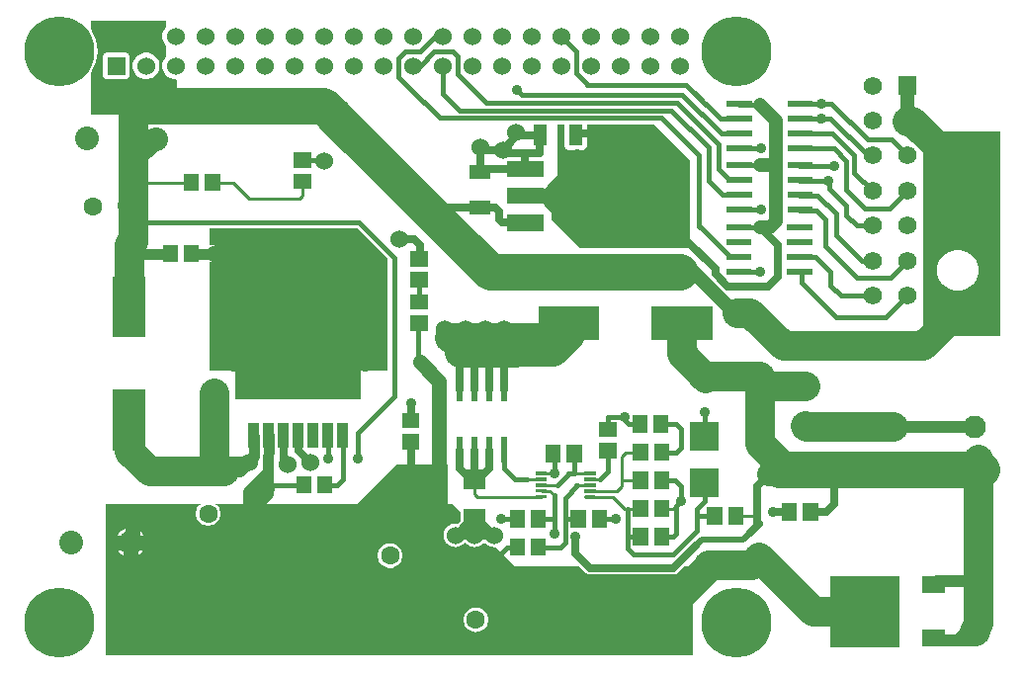
<source format=gbr>
G04 start of page 2 for group 0 idx 0 *
G04 Title: RspPiPS, top *
G04 Creator: pcb 4.0.2 *
G04 CreationDate: Thu Dec 16 04:25:21 2021 UTC *
G04 For: austin *
G04 Format: Gerber/RS-274X *
G04 PCB-Dimensions (mil): 10000.00 10000.00 *
G04 PCB-Coordinate-Origin: lower left *
%MOIN*%
%FSLAX25Y25*%
%LNTOP*%
%ADD35C,0.0380*%
%ADD34C,0.0453*%
%ADD33C,0.0354*%
%ADD32C,0.1181*%
%ADD31C,0.0402*%
%ADD30C,0.1063*%
%ADD29C,0.0350*%
%ADD28C,0.0120*%
%ADD27C,0.0600*%
%ADD26C,0.0768*%
%ADD25C,0.0800*%
%ADD24C,0.0630*%
%ADD23C,0.0620*%
%ADD22C,0.2362*%
%ADD21C,0.0200*%
%ADD20C,0.1248*%
%ADD19C,0.0100*%
%ADD18C,0.0450*%
%ADD17C,0.0360*%
%ADD16C,0.0150*%
%ADD15C,0.0500*%
%ADD14C,0.0400*%
%ADD13C,0.1000*%
%ADD12C,0.0250*%
%ADD11C,0.0001*%
G54D11*G36*
X184693Y772000D02*X191500D01*
Y769982D01*
X191048Y769453D01*
X190678Y768849D01*
X190407Y768195D01*
X190242Y767506D01*
X190186Y766800D01*
X190242Y766094D01*
X190407Y765405D01*
X190678Y764751D01*
X191048Y764147D01*
X191500Y763618D01*
Y759982D01*
X191048Y759453D01*
X190678Y758849D01*
X190407Y758195D01*
X190242Y757506D01*
X190186Y756800D01*
X190242Y756094D01*
X190407Y755405D01*
X190678Y754751D01*
X191048Y754147D01*
X191508Y753608D01*
X192047Y753148D01*
X192651Y752778D01*
X193305Y752507D01*
X193994Y752342D01*
X194700Y752286D01*
X194713Y752287D01*
X195000Y752000D01*
Y740500D01*
X184693D01*
Y752287D01*
X184700Y752286D01*
X185406Y752342D01*
X186095Y752507D01*
X186749Y752778D01*
X187353Y753148D01*
X187892Y753608D01*
X188352Y754147D01*
X188722Y754751D01*
X188993Y755405D01*
X189158Y756094D01*
X189200Y756800D01*
X189158Y757506D01*
X188993Y758195D01*
X188722Y758849D01*
X188352Y759453D01*
X187892Y759992D01*
X187353Y760452D01*
X186749Y760822D01*
X186095Y761093D01*
X185406Y761258D01*
X184700Y761314D01*
X184693Y761313D01*
Y772000D01*
G37*
G36*
X174700D02*X184693D01*
Y761313D01*
X183994Y761258D01*
X183305Y761093D01*
X182651Y760822D01*
X182047Y760452D01*
X181508Y759992D01*
X181048Y759453D01*
X180678Y758849D01*
X180407Y758195D01*
X180242Y757506D01*
X180186Y756800D01*
X180242Y756094D01*
X180407Y755405D01*
X180678Y754751D01*
X181048Y754147D01*
X181508Y753608D01*
X182047Y753148D01*
X182651Y752778D01*
X183305Y752507D01*
X183994Y752342D01*
X184693Y752287D01*
Y740500D01*
X174700D01*
Y752307D01*
X177935Y752314D01*
X178165Y752369D01*
X178383Y752459D01*
X178584Y752583D01*
X178764Y752736D01*
X178917Y752916D01*
X179041Y753117D01*
X179131Y753335D01*
X179186Y753565D01*
X179200Y753800D01*
X179186Y760035D01*
X179131Y760265D01*
X179041Y760483D01*
X178917Y760684D01*
X178764Y760864D01*
X178584Y761017D01*
X178383Y761141D01*
X178165Y761231D01*
X177935Y761286D01*
X177700Y761300D01*
X174700Y761293D01*
Y772000D01*
G37*
G36*
X166000D02*X174700D01*
Y761293D01*
X171465Y761286D01*
X171235Y761231D01*
X171017Y761141D01*
X170816Y761017D01*
X170636Y760864D01*
X170483Y760684D01*
X170359Y760483D01*
X170269Y760265D01*
X170214Y760035D01*
X170200Y759800D01*
X170214Y753565D01*
X170269Y753335D01*
X170359Y753117D01*
X170483Y752916D01*
X170636Y752736D01*
X170816Y752583D01*
X171017Y752459D01*
X171235Y752369D01*
X171465Y752314D01*
X171700Y752300D01*
X174700Y752307D01*
Y740500D01*
X166000D01*
Y754408D01*
X166962Y755977D01*
X167733Y757840D01*
X168204Y759801D01*
X168323Y761811D01*
X168204Y763821D01*
X167733Y765782D01*
X166962Y767645D01*
X166000Y769214D01*
Y772000D01*
G37*
G36*
X295942Y594522D02*X296128Y594537D01*
X296740Y594684D01*
X297322Y594925D01*
X297858Y595254D01*
X298337Y595663D01*
X298746Y596142D01*
X298750Y596148D01*
X298754Y596142D01*
X299163Y595663D01*
X299642Y595254D01*
X300178Y594925D01*
X300760Y594684D01*
X301372Y594537D01*
X302000Y594488D01*
X302475Y594525D01*
X309000Y588000D01*
X330818D01*
X332847Y585971D01*
X332904Y585904D01*
X333173Y585674D01*
X333173Y585674D01*
X333361Y585559D01*
X333475Y585489D01*
X333803Y585354D01*
X334147Y585271D01*
X334147D01*
X334500Y585243D01*
X334588Y585250D01*
X362412D01*
X362500Y585243D01*
X362853Y585271D01*
X362853Y585271D01*
X363197Y585354D01*
X363525Y585489D01*
X363827Y585674D01*
X364096Y585904D01*
X364153Y585971D01*
X366182Y588000D01*
X368521D01*
X368556Y587558D01*
X368776Y586640D01*
X369000Y586100D01*
Y558000D01*
X295942D01*
Y565826D01*
X295949Y565826D01*
X296600Y565877D01*
X297235Y566030D01*
X297839Y566279D01*
X298395Y566621D01*
X298892Y567045D01*
X299316Y567542D01*
X299658Y568098D01*
X299908Y568702D01*
X300060Y569337D01*
X300098Y569988D01*
X300060Y570639D01*
X299908Y571274D01*
X299658Y571878D01*
X299316Y572435D01*
X298892Y572931D01*
X298395Y573356D01*
X297839Y573697D01*
X297235Y573947D01*
X296600Y574099D01*
X295949Y574151D01*
X295942Y574150D01*
Y594522D01*
G37*
G36*
X266994Y609000D02*X288000D01*
X290774Y606226D01*
X290779Y603461D01*
X289751Y602433D01*
X289628Y602463D01*
X289000Y602512D01*
X288372Y602463D01*
X287760Y602316D01*
X287178Y602075D01*
X286642Y601746D01*
X286163Y601337D01*
X285754Y600858D01*
X285425Y600322D01*
X285184Y599740D01*
X285037Y599128D01*
X284988Y598500D01*
X285037Y597872D01*
X285184Y597260D01*
X285425Y596678D01*
X285754Y596142D01*
X286163Y595663D01*
X286642Y595254D01*
X287178Y594925D01*
X287760Y594684D01*
X288372Y594537D01*
X289000Y594488D01*
X289628Y594537D01*
X290240Y594684D01*
X290822Y594925D01*
X291358Y595254D01*
X291837Y595663D01*
X292246Y596142D01*
X292250Y596148D01*
X292254Y596142D01*
X292663Y595663D01*
X293142Y595254D01*
X293678Y594925D01*
X294260Y594684D01*
X294872Y594537D01*
X295500Y594488D01*
X295942Y594522D01*
Y574150D01*
X295298Y574099D01*
X294663Y573947D01*
X294059Y573697D01*
X293502Y573356D01*
X293006Y572931D01*
X292581Y572435D01*
X292240Y571878D01*
X291990Y571274D01*
X291838Y570639D01*
X291786Y569988D01*
X291838Y569337D01*
X291990Y568702D01*
X292240Y568098D01*
X292581Y567542D01*
X293006Y567045D01*
X293502Y566621D01*
X294059Y566279D01*
X294663Y566030D01*
X295298Y565877D01*
X295942Y565826D01*
Y558000D01*
X266994D01*
Y587448D01*
X267000Y587448D01*
X267651Y587499D01*
X268286Y587652D01*
X268890Y587902D01*
X269447Y588243D01*
X269943Y588667D01*
X270367Y589164D01*
X270709Y589721D01*
X270959Y590324D01*
X271111Y590959D01*
X271150Y591610D01*
X271111Y592261D01*
X270959Y592896D01*
X270709Y593500D01*
X270367Y594057D01*
X269943Y594554D01*
X269447Y594978D01*
X268890Y595319D01*
X268286Y595569D01*
X267651Y595721D01*
X267000Y595773D01*
X266994Y595772D01*
Y609000D01*
G37*
G36*
X179492D02*X203004D01*
X202702Y608742D01*
X202278Y608246D01*
X201937Y607689D01*
X201687Y607085D01*
X201535Y606450D01*
X201483Y605799D01*
X201535Y605148D01*
X201687Y604513D01*
X201937Y603910D01*
X202278Y603353D01*
X202702Y602856D01*
X203199Y602432D01*
X203756Y602090D01*
X204359Y601841D01*
X204995Y601688D01*
X205646Y601637D01*
X206297Y601688D01*
X206932Y601841D01*
X207535Y602090D01*
X208092Y602432D01*
X208589Y602856D01*
X209013Y603353D01*
X209354Y603910D01*
X209604Y604513D01*
X209757Y605148D01*
X209795Y605799D01*
X209757Y606450D01*
X209604Y607085D01*
X209354Y607689D01*
X209013Y608246D01*
X208589Y608742D01*
X208287Y609000D01*
X266994D01*
Y595772D01*
X266349Y595721D01*
X265714Y595569D01*
X265110Y595319D01*
X264553Y594978D01*
X264057Y594554D01*
X263633Y594057D01*
X263291Y593500D01*
X263041Y592896D01*
X262889Y592261D01*
X262838Y591610D01*
X262889Y590959D01*
X263041Y590324D01*
X263291Y589721D01*
X263633Y589164D01*
X264057Y588667D01*
X264553Y588243D01*
X265110Y587902D01*
X265714Y587652D01*
X266349Y587499D01*
X266994Y587448D01*
Y558000D01*
X179492D01*
Y590985D01*
X179500Y590985D01*
X180285Y591046D01*
X181050Y591230D01*
X181777Y591531D01*
X182448Y591942D01*
X183046Y592454D01*
X183558Y593052D01*
X183969Y593723D01*
X184270Y594450D01*
X184454Y595215D01*
X184500Y596000D01*
X184454Y596785D01*
X184270Y597550D01*
X183969Y598277D01*
X183558Y598948D01*
X183046Y599546D01*
X182448Y600058D01*
X181777Y600469D01*
X181050Y600770D01*
X180285Y600954D01*
X179500Y601015D01*
X179492Y601015D01*
Y609000D01*
G37*
G36*
X171000Y558000D02*Y609000D01*
X179492D01*
Y601015D01*
X178715Y600954D01*
X177950Y600770D01*
X177223Y600469D01*
X176552Y600058D01*
X175954Y599546D01*
X175442Y598948D01*
X175031Y598277D01*
X174730Y597550D01*
X174546Y596785D01*
X174485Y596000D01*
X174546Y595215D01*
X174730Y594450D01*
X175031Y593723D01*
X175442Y593052D01*
X175954Y592454D01*
X176552Y591942D01*
X177223Y591531D01*
X177950Y591230D01*
X178715Y591046D01*
X179492Y590985D01*
Y558000D01*
X171000D01*
G37*
G36*
X206000Y699491D02*Y702000D01*
X256025D01*
X266000Y692025D01*
Y654000D01*
X258248D01*
X258241Y685657D01*
X258204Y685810D01*
X258144Y685955D01*
X258062Y686089D01*
X257959Y686209D01*
X257840Y686311D01*
X257705Y686394D01*
X257560Y686454D01*
X257407Y686491D01*
X257250Y686500D01*
X214593Y686491D01*
X214440Y686454D01*
X214295Y686394D01*
X214160Y686311D01*
X214041Y686209D01*
X213938Y686089D01*
X213856Y685955D01*
X213796Y685810D01*
X213759Y685657D01*
X213750Y685500D01*
X213757Y654000D01*
X206000D01*
Y690700D01*
X208000D01*
X208439Y690726D01*
X208868Y690829D01*
X209275Y690997D01*
X209651Y691228D01*
X209986Y691514D01*
X210272Y691849D01*
X210503Y692225D01*
X210671Y692632D01*
X210774Y693061D01*
X210809Y693500D01*
X210774Y693939D01*
X210671Y694368D01*
X210503Y694775D01*
X210272Y695151D01*
X209986Y695486D01*
X209651Y695772D01*
X209275Y696003D01*
X208868Y696171D01*
X208439Y696274D01*
X208000Y696300D01*
X206000D01*
Y699491D01*
G37*
G36*
X273750Y622500D02*X286500D01*
Y608500D01*
X273750D01*
Y616763D01*
X273853Y616771D01*
X274197Y616854D01*
X274525Y616989D01*
X274827Y617174D01*
X275091Y617409D01*
X275591Y617909D01*
X275826Y618173D01*
X276011Y618475D01*
X276146Y618803D01*
X276229Y619147D01*
X276257Y619500D01*
X276229Y619853D01*
X276146Y620197D01*
X276011Y620525D01*
X275826Y620827D01*
X275596Y621096D01*
X275327Y621326D01*
X275025Y621511D01*
X274697Y621646D01*
X274353Y621729D01*
X274000Y621757D01*
X273750Y621737D01*
Y622500D01*
G37*
G36*
X255000Y608500D02*X269000Y622500D01*
X273750D01*
Y621737D01*
X273647Y621729D01*
X273303Y621646D01*
X272975Y621511D01*
X272673Y621326D01*
X272409Y621091D01*
X271909Y620591D01*
X271674Y620327D01*
X271489Y620025D01*
X271354Y619697D01*
X271271Y619353D01*
X271243Y619000D01*
X271271Y618647D01*
X271354Y618303D01*
X271489Y617975D01*
X271674Y617673D01*
X271904Y617404D01*
X272173Y617174D01*
X272475Y616989D01*
X272803Y616854D01*
X273147Y616771D01*
X273500Y616743D01*
X273750Y616763D01*
Y608500D01*
X255000D01*
G37*
G36*
X458458Y734571D02*X472768D01*
Y665756D01*
X458458D01*
Y680857D01*
X458469Y680857D01*
X459552Y680942D01*
X460609Y681196D01*
X461613Y681612D01*
X462540Y682180D01*
X463366Y682885D01*
X464072Y683712D01*
X464640Y684639D01*
X465056Y685643D01*
X465310Y686700D01*
X465374Y687783D01*
X465310Y688867D01*
X465056Y689924D01*
X464640Y690928D01*
X464072Y691855D01*
X463366Y692681D01*
X462540Y693387D01*
X461613Y693955D01*
X460609Y694371D01*
X459552Y694625D01*
X458469Y694710D01*
X458458Y694709D01*
Y734571D01*
G37*
G36*
X448113D02*X458458D01*
Y694709D01*
X457385Y694625D01*
X456328Y694371D01*
X455324Y693955D01*
X454397Y693387D01*
X453571Y692681D01*
X452865Y691855D01*
X452297Y690928D01*
X451881Y689924D01*
X451627Y688867D01*
X451542Y687783D01*
X451627Y686700D01*
X451881Y685643D01*
X452297Y684639D01*
X452865Y683712D01*
X453571Y682885D01*
X454397Y682180D01*
X455324Y681612D01*
X456328Y681196D01*
X457385Y680942D01*
X458458Y680857D01*
Y665756D01*
X451688D01*
X451106Y666437D01*
X450388Y667050D01*
X449583Y667544D01*
X448710Y667905D01*
X447792Y668126D01*
X446850Y668181D01*
Y733308D01*
X447531Y733890D01*
X448113Y734571D01*
G37*
G36*
X336998Y736900D02*X356200D01*
X368000Y725100D01*
Y695300D01*
X336998D01*
Y700899D01*
X343334Y700906D01*
X343563Y700961D01*
X343782Y701051D01*
X343983Y701175D01*
X344162Y701328D01*
X344316Y701508D01*
X344439Y701709D01*
X344529Y701927D01*
X344585Y702157D01*
X344598Y702392D01*
X344585Y723828D01*
X344529Y724057D01*
X344439Y724275D01*
X344316Y724477D01*
X344162Y724656D01*
X343983Y724809D01*
X343782Y724933D01*
X343563Y725023D01*
X343334Y725078D01*
X343098Y725092D01*
X336998Y725085D01*
Y736900D01*
G37*
G36*
X320079Y716379D02*X323600Y719900D01*
Y736900D01*
X325863D01*
X325876Y729679D01*
X325932Y729450D01*
X326022Y729231D01*
X326145Y729030D01*
X326299Y728851D01*
X326478Y728697D01*
X326680Y728574D01*
X326898Y728484D01*
X327127Y728428D01*
X327363Y728415D01*
X332098Y728428D01*
X332328Y728484D01*
X332546Y728574D01*
X332747Y728697D01*
X332927Y728851D01*
X333080Y729030D01*
X333203Y729231D01*
X333294Y729450D01*
X333349Y729679D01*
X333363Y729915D01*
X333349Y736900D01*
X336998D01*
Y725085D01*
X330663Y725078D01*
X330433Y725023D01*
X330215Y724933D01*
X330014Y724809D01*
X329834Y724656D01*
X329681Y724477D01*
X329558Y724275D01*
X329467Y724057D01*
X329412Y723828D01*
X329398Y723592D01*
X329409Y707522D01*
X329412Y702157D01*
X329467Y701927D01*
X329558Y701709D01*
X329681Y701508D01*
X329834Y701328D01*
X330014Y701175D01*
X330215Y701051D01*
X330433Y700961D01*
X330663Y700906D01*
X330898Y700892D01*
X336998Y700899D01*
Y695300D01*
X331100D01*
X323300Y703100D01*
Y707700D01*
X321900Y709100D01*
X319729D01*
X319762Y709128D01*
X319916Y709308D01*
X320039Y709509D01*
X320129Y709727D01*
X320185Y709957D01*
X320198Y710192D01*
X320194Y711991D01*
X320185Y716028D01*
X320129Y716257D01*
X320079Y716379D01*
G37*
G54D12*X305543Y647799D02*Y656043D01*
X300543Y647799D02*Y659543D01*
X295543Y647799D02*Y659543D01*
G54D13*X309500Y660000D02*X290500D01*
G54D12*X300543Y659543D02*X301000Y660000D01*
X295543Y659543D02*X296000Y660000D01*
X290543Y659957D02*X290500Y660000D01*
G54D14*X286000Y668000D02*X305500D01*
G54D15*X283500Y650500D02*X277000Y657000D01*
G54D16*X276379Y657721D02*X279400Y654700D01*
X276379Y670052D02*Y657721D01*
G54D12*X290543Y647799D02*Y659957D01*
X290500Y627000D02*Y621000D01*
X295000Y616500D01*
X295500Y627000D02*Y617000D01*
X300500Y627000D02*Y621000D01*
X295500Y616000D01*
X292000Y619500D02*X298500D01*
G54D16*X309000Y617500D02*X305500Y621000D01*
Y627000D01*
G54D15*X283500Y621000D02*Y650500D01*
G54D12*X274000Y643000D02*Y637129D01*
Y630043D02*Y619500D01*
X273500Y619000D01*
G54D13*X287000Y665000D02*X314500D01*
X327953Y670472D02*Y666142D01*
X322047Y660236D01*
X325984Y664961D02*X326772Y665748D01*
G54D12*X305543Y656043D02*X307500Y658000D01*
G54D13*X322047Y660236D02*X302756D01*
X307087D01*
X311811Y664961D01*
X325984D01*
G54D17*X226000Y632200D02*X225946Y619446D01*
G54D12*X231000Y632200D02*Y624500D01*
X236000Y632000D02*Y627000D01*
X240000Y623000D01*
G54D16*X238000Y615500D02*X226000D01*
G54D14*X219425Y612925D02*X225946Y619446D01*
Y612446D01*
X219362Y605862D01*
Y608932D02*X225930Y615500D01*
G54D12*X226309Y615453D02*X225928Y615072D01*
G54D14*X219425Y605799D02*Y612925D01*
G54D12*X231000Y624500D02*X232500Y623000D01*
X221000Y624500D02*X219500Y623000D01*
G54D17*X221000Y625000D02*X219000Y623000D01*
G54D16*X246000Y624500D02*Y632200D01*
X256000Y624500D02*Y633000D01*
X268500Y645500D01*
X251000Y632200D02*Y617500D01*
X249000Y615500D01*
X245500D01*
G54D17*X221000Y632000D02*Y625000D01*
G54D12*Y632200D02*Y624500D01*
G54D14*X219500Y623000D02*X216500Y620000D01*
X208000D01*
X219500Y623000D02*X209500D01*
G54D12*X209000Y648000D02*X209500Y648500D01*
G54D13*X179268Y637472D02*Y626732D01*
X186000Y620000D01*
X211000D01*
G54D14*X209500Y623000D02*X206500Y620000D01*
G54D13*X207651Y646389D02*Y620389D01*
G54D15*X179500Y596000D02*X189500D01*
X179500D02*X175000D01*
X179500D02*Y589000D01*
X180000Y596000D02*Y602500D01*
G54D16*X322300Y707700D02*Y705200D01*
X328900Y698600D01*
X313200Y712992D02*X317792D01*
X313700D02*X317008D01*
X317792D02*X325800Y721000D01*
X317008Y712992D02*X322300Y707700D01*
G54D18*X330000Y712500D02*X324400Y706900D01*
X330000Y726286D02*Y702100D01*
Y725100D02*Y712500D01*
G54D12*X304808Y703892D02*X312600D01*
G54D16*X324700Y766800D02*X329776Y761724D01*
Y754232D01*
X333350Y750657D01*
X330013Y725787D02*X330500Y725300D01*
G54D18*X330013Y726300D02*X330000Y726286D01*
G54D12*X329613Y734665D02*X330313Y733964D01*
G54D16*X290200Y753700D02*X293200Y750700D01*
X284700Y747500D02*X290400Y741800D01*
X293150Y750750D02*X299600Y744300D01*
X324000D01*
X283700Y739200D02*X332200D01*
X290400Y741800D02*X331900D01*
X309800Y748600D02*X311400Y747000D01*
X288100Y761750D02*X289950Y759900D01*
X288100Y761750D02*X288275Y761575D01*
X289950Y759900D02*Y753950D01*
X281950Y761750D02*X288100D01*
G54D12*X295935Y720961D02*X297602Y722628D01*
X295935Y720961D02*X296966Y721992D01*
X312598D01*
X311408D02*X312000D01*
X297602Y722628D02*Y729209D01*
X298411Y728400D01*
X305000D01*
X312600Y727500D02*Y721992D01*
X306000Y727500D02*X305000Y728500D01*
Y728400D02*X309600Y733000D01*
Y734400D01*
X310585Y733415D01*
X317613Y730306D02*Y733415D01*
X317599Y728400D02*X317597Y727500D01*
X310585Y733415D02*X317613D01*
Y734665D02*X317600Y728800D01*
X317599Y728400D01*
X317597Y727500D02*X306000D01*
X224000Y658000D02*X224500Y658500D01*
G54D16*X268500Y645500D02*Y692000D01*
G54D15*X214000Y689500D02*Y656500D01*
X258500Y686000D02*Y656500D01*
X209000Y686500D02*X262000D01*
G54D16*X268500Y692000D02*X256500Y704000D01*
X276900Y676481D02*X276972Y676552D01*
X276772Y677138D02*Y684619D01*
X276665Y691705D02*X276772D01*
G54D12*X275200Y698300D02*X275172Y698272D01*
X270098D01*
G54D13*X179268Y675661D02*Y696268D01*
X180500Y697500D01*
G54D17*X200000Y693500D02*X208000D01*
X193000D02*X180500D01*
G54D13*Y697500D02*Y709311D01*
G54D19*X181000Y717500D02*X180500Y717000D01*
G54D13*Y709311D02*X180156Y709656D01*
G54D19*X200000Y717500D02*X181000D01*
G54D13*X180500Y709000D02*Y744000D01*
G54D12*X184500Y767000D02*X185000Y766500D01*
G54D15*X189000Y733000D02*X181500D01*
X189000Y732500D02*X181500Y725000D01*
X181000D01*
G54D16*X256500Y704000D02*X180500D01*
G54D19*X237543Y717914D02*Y713043D01*
X236500Y712000D01*
X219500D01*
X214000Y717500D01*
X207086D01*
G54D20*X248363Y739563D02*X244427Y743500D01*
X186000D01*
G54D16*X272100Y761700D02*X269900Y759500D01*
Y753000D01*
X272900Y750000D01*
X274700Y756800D02*X277000D01*
X284700Y766800D02*X282200D01*
X277050Y761650D01*
X272050D01*
X277000Y756800D02*X281900Y761700D01*
X272850Y750050D02*X283700Y739200D01*
X284700Y756800D02*Y747500D01*
G54D19*X237543Y725000D02*X237500Y725043D01*
G54D16*X244874Y724740D02*X244614Y725000D01*
X237543D01*
G54D20*X300722Y687205D02*X247100Y740827D01*
G54D12*X282239Y708961D02*X279900Y711300D01*
X277165Y691705D02*Y696335D01*
X275200Y698300D01*
X282239Y708961D02*X302339D01*
X303700Y707600D01*
Y705000D01*
X304808Y703892D01*
G54D13*X389000Y588500D02*X374500D01*
G54D21*X370000Y595000D02*X372000Y597000D01*
G54D16*X362500Y592000D02*X370500Y600000D01*
G54D21*X372000Y597000D02*X386000D01*
G54D16*X358543Y598000D02*X362500D01*
X363500Y599000D01*
X351457Y598000D02*X347000D01*
G54D21*X386000Y597000D02*X388500Y599500D01*
G54D12*X391500Y602500D01*
G54D19*X383543Y605000D02*X391500D01*
G54D12*X390685Y601685D02*X388760Y599760D01*
G54D13*X356000Y569500D02*X375000Y588500D01*
G54D12*X362500Y587500D02*X370000Y595000D01*
G54D16*X362500Y592000D02*X349000D01*
X347000Y594000D01*
G54D12*X334500Y587500D02*X362500D01*
G54D19*X358543Y607500D02*X362500D01*
X365000Y610000D01*
G54D16*X363500Y599000D02*Y608500D01*
X365000Y610000D01*
X370457Y604500D02*Y604043D01*
X373000Y616150D02*Y610000D01*
X370500Y607500D01*
Y605000D01*
G54D12*X390685Y614815D02*Y601685D01*
G54D16*X358543Y617000D02*X363000D01*
X365000Y615000D01*
Y610000D01*
X370457Y604500D03*
X370500Y600000D02*Y604457D01*
X370457Y604500D01*
X363500Y626500D02*X358543D01*
X363500D02*X365000Y628000D01*
Y634500D01*
X363500Y636000D01*
X358393D01*
X373000Y631850D02*Y640000D01*
X376457Y605000D02*X370500D01*
G54D19*X318000Y611500D02*X296500D01*
X295500Y612500D01*
Y616500D01*
G54D12*Y598500D02*Y605000D01*
X289000Y598500D01*
X295500Y603000D02*Y602500D01*
X291500Y598500D01*
X295500Y605000D02*X302000Y598500D01*
X289000D02*X302000D01*
X295500Y602000D02*X299000Y598500D01*
G54D16*X304500Y604000D02*X310000D01*
X309957Y594500D02*X306500D01*
X302000Y590000D01*
X313000Y617500D02*X309000D01*
G54D19*X313511Y617412D02*X317923D01*
X334423Y619312D02*X327312D01*
G54D16*X329129Y626000D02*Y619441D01*
X329000Y619312D01*
X327312D01*
X322500Y619412D02*Y625543D01*
X322043Y626000D01*
G54D19*X346500Y626500D02*X345000Y625000D01*
G54D16*X346000Y637500D02*Y638500D01*
X340500D01*
Y634129D01*
X340457Y634086D01*
G54D19*X334423Y613412D02*X343412D01*
X334423Y611412D02*X342088D01*
G54D16*X330457Y604000D02*X326000D01*
X337543D02*X343000D01*
X337688Y617312D02*X340457Y620081D01*
Y627000D01*
X317000Y604000D02*X322500D01*
X317043Y594500D02*X324500D01*
X326000Y611000D02*Y596000D01*
X322500Y612000D02*Y599000D01*
X324500Y594500D02*X326000Y596000D01*
G54D12*X329500Y598000D02*Y592500D01*
X334500Y587500D01*
G54D19*X334423Y615412D02*X330088D01*
G54D16*X329912D01*
G54D19*X334423Y617312D02*X337312D01*
X318000Y619412D02*X322412D01*
X322500Y619500D01*
X323412Y615412D02*X327000Y619000D01*
X327312Y619312D02*X327250Y619250D01*
G54D16*Y619162D01*
X323500Y615412D01*
G54D19*X318000Y613500D02*X321000D01*
G54D16*X326000Y611000D02*X330000Y615500D01*
G54D19*X320960Y613500D02*X322500Y611960D01*
Y611953D01*
X317923Y615412D02*X323412D01*
X351457Y626500D02*X346500D01*
X345000Y625000D02*Y615000D01*
X343412Y613412D02*X345000Y615000D01*
X351457Y617000D02*X345000D01*
X351457Y607500D02*X346000D01*
X342088Y611412D01*
G54D16*X347000Y594000D02*Y607500D01*
X351307Y636000D02*X347500D01*
X346000Y637500D01*
G54D19*X428468Y726524D02*X429650D01*
G54D16*X441461D02*X436094Y731890D01*
X428083D01*
X428087Y726524D02*X429866D01*
X441461Y714713D02*X435402Y708654D01*
X427189D01*
G54D18*X441461Y738335D02*Y750146D01*
G54D13*Y738146D02*X443276D01*
X458469Y722953D01*
G54D19*X427287Y714713D02*X429650D01*
G54D16*X423614Y720748D02*X429650Y714713D01*
X384766Y718303D02*X381397D01*
X377700Y722000D01*
Y730400D01*
G54D18*X391700Y743700D02*X397200Y738200D01*
G54D16*X378442Y738858D02*X368500Y748800D01*
X366846Y750454D02*X372100Y745200D01*
X365600Y747000D02*X378742Y733858D01*
X384766D01*
X377700Y730400D02*X363800Y744300D01*
X361900Y741800D02*X374400Y729300D01*
Y718100D01*
X372050Y701850D02*X371100Y702800D01*
Y726700D01*
X374400Y718100D02*X379197Y713303D01*
X384766D01*
G54D12*X397700Y696244D02*X391700Y702244D01*
X380800Y682500D02*X394500D01*
X397700Y685700D01*
Y696244D01*
X381700Y682500D02*X380930D01*
X376800Y686630D01*
Y688200D01*
X366600Y698400D01*
G54D18*X368595Y687205D02*X364400D01*
G54D16*X427189Y708654D02*X420933Y714909D01*
Y706476D02*Y709547D01*
X415051Y715429D01*
X411114Y713110D02*X417358Y706866D01*
X413783Y705079D02*X410752Y708110D01*
X420933Y714909D02*Y724740D01*
X416697Y728976D01*
X423614Y726528D02*Y720748D01*
X415051Y715429D02*Y718110D01*
X405118D02*X414961D01*
X405118Y713110D02*X411114D01*
X410752Y708110D02*X405118D01*
G54D18*X397200Y704300D02*Y735400D01*
G54D16*X417358Y672012D02*X405740Y683630D01*
X415571Y682736D02*X419028Y679280D01*
X429650D01*
X435787Y685417D02*X424508D01*
X417358Y699717D02*X425984Y691091D01*
X429650D01*
X424898Y702902D02*X429650D01*
X417358Y706866D02*Y699717D01*
X413783Y696142D02*Y705079D01*
X424508Y685417D02*X413783Y696142D01*
X415571Y687205D02*Y682736D01*
X410531Y692244D02*X415571Y687205D01*
X405118Y692244D02*X410531D01*
X405740Y683630D02*Y687205D01*
X384618Y687244D02*X391856D01*
X391900Y687200D01*
X384618Y692244D02*X381656D01*
X416165Y733976D02*X423614Y726528D01*
X428083Y731890D02*X415878Y744094D01*
X415634Y738976D02*X428087Y726524D01*
X405118Y738976D02*X415634D01*
X405236Y744094D02*X415878D01*
X412598Y738976D02*X411811Y738189D01*
X405118Y743976D02*X405236Y744094D01*
X384766Y743858D02*X384924Y743700D01*
X391900D01*
X405118Y733976D02*X416165D01*
X416697Y728976D02*X405118D01*
Y723110D02*X416654D01*
X384766Y723303D02*X391897D01*
X391900Y723300D01*
G54D18*X395503Y723303D02*X391800D01*
X397200Y738200D02*Y725000D01*
X395503Y723303D01*
G54D16*X384766Y728858D02*X391858D01*
X392000Y729000D01*
X384766Y738858D02*X378442D01*
G54D20*X364800Y687205D02*X300722D01*
G54D18*X369395D02*X362800D01*
G54D16*X424508Y702902D02*X420933Y706476D01*
X384618Y702244D02*X391856D01*
X391900Y702200D01*
G54D18*X391800Y702300D02*X395200D01*
X397200Y704300D01*
G54D16*X384766Y708303D02*X384869Y708200D01*
X392000D01*
X381656Y692244D02*X372000Y701900D01*
G54D18*X312598Y712992D02*X336998D01*
X330000Y702100D02*X344400D01*
X344500Y702000D01*
X344600Y702100D01*
G54D16*X332100Y739200D02*X334700D01*
X331800Y741800D02*X336100D01*
X337400Y744300D02*X323300D01*
X311400Y747000D02*X339000D01*
G54D18*X340100Y725100D02*X330000D01*
G54D12*X330313Y733964D02*X336400D01*
G54D16*X338700Y747000D02*X365600D01*
X334700Y741800D02*X361900D01*
X371100Y726700D02*X358600Y739200D01*
X330700D01*
G54D12*X336925Y726102D02*Y712228D01*
G54D18*X336998Y712992D02*X350591Y699400D01*
X344600Y702100D02*Y728400D01*
Y727400D02*X341200Y724000D01*
X340100Y725100D01*
G54D16*X333554Y750454D02*X366846D01*
X363800Y744300D02*X337100D01*
X340700Y736200D02*X341700Y735200D01*
G54D18*X342086Y733314D02*X342100Y733300D01*
X338200Y729400D01*
X344600Y728400D02*Y727400D01*
G54D16*X441461Y679280D02*X434193Y672012D01*
X441461Y691091D02*X435787Y685417D01*
G54D14*X436846Y634969D02*X464405D01*
G54D13*X455787Y671118D02*X446850Y662181D01*
X465586Y623945D02*Y568791D01*
X407524Y634969D02*X407236Y635256D01*
G54D21*X401236Y624866D02*X401736Y625366D01*
G54D13*X391846Y648756D02*X391736Y648866D01*
Y651866D02*Y645366D01*
X407236Y648756D02*X391846D01*
X391736Y646366D02*Y629866D01*
G54D15*X402008Y620465D02*X401323Y619780D01*
G54D20*X466354Y620835D02*X398280D01*
G54D12*X396236Y606366D02*X401693D01*
X390736Y614866D02*X394736Y618866D01*
G54D13*X391736Y629366D02*X399913Y621189D01*
X436736Y634969D02*X407524D01*
G54D16*X434193Y672012D02*X417358D01*
G54D12*X416736Y608866D02*Y614366D01*
X408779Y606366D02*X414236D01*
G54D13*X446850Y662181D02*X400378D01*
G54D14*X464236Y582866D02*X464405Y582697D01*
X451361Y582866D02*X464236D01*
X457236Y562866D02*X458405D01*
X451361D02*X464405D01*
X458405D02*X464405Y568866D01*
G54D13*Y566035D02*X464236Y565866D01*
X427189Y572811D02*X409689D01*
X391500Y591000D01*
G54D12*X414236Y606366D02*X416736Y608866D01*
G54D13*X373331Y651866D02*X391736D01*
X373567Y651457D02*X365433Y659591D01*
Y670000D01*
X399900Y662181D02*X388581Y673500D01*
X384000D01*
G54D18*X383100D02*X369395Y687205D01*
G54D22*X383858Y761811D03*
G54D11*G36*
X438361Y753246D02*Y747046D01*
X444561D01*
Y753246D01*
X438361D01*
G37*
G54D23*X441461Y738335D03*
Y726524D03*
Y714713D03*
Y702902D03*
Y691091D03*
Y679280D03*
X429650Y750146D03*
Y738335D03*
Y726524D03*
Y714713D03*
Y702902D03*
Y691091D03*
Y679280D03*
G54D22*X383858Y568898D03*
G54D24*X267000Y605390D03*
Y591610D03*
X295949Y583768D03*
Y569988D03*
G54D25*X394736Y618866D03*
G54D24*X407236Y648756D03*
Y634976D03*
G54D26*X436736Y621189D03*
X464295D03*
Y634969D03*
X436736D03*
G54D22*X155512Y761811D03*
G54D11*G36*
X171700Y759800D02*Y753800D01*
X177700D01*
Y759800D01*
X171700D01*
G37*
G54D27*X174700Y766800D03*
X184700Y756800D03*
Y766800D03*
G54D25*X188000Y732000D03*
G54D24*X180535Y709276D03*
X166756D03*
G54D25*X164961Y732283D03*
G54D22*X155512Y568898D03*
G54D24*X219425Y605799D03*
X205646D03*
G54D25*X159500Y596000D03*
X179500D03*
G54D27*X194700Y756800D03*
X204700D03*
X214700D03*
X194700Y766800D03*
X204700D03*
X214700D03*
X224700Y756800D03*
X234700D03*
X244700D03*
X254700D03*
X224700Y766800D03*
X234700D03*
X244700D03*
X254700D03*
X264700Y756800D03*
X274700D03*
X284700D03*
X264700Y766800D03*
X274700D03*
X284700D03*
X294700D03*
X304700D03*
X314700D03*
X294700Y756800D03*
X304700D03*
X314700D03*
X324700D03*
Y766800D03*
X334700Y756800D03*
X344700D03*
X354700D03*
X364700D03*
X334700Y766800D03*
X344700D03*
X354700D03*
X364700D03*
G54D11*G36*
X214750Y685500D02*Y644500D01*
X257250D01*
Y685500D01*
X214750D01*
G37*
G36*
X202602Y696452D02*X197484D01*
Y690548D01*
X202602D01*
Y696452D01*
G37*
G36*
X195516D02*X190398D01*
Y690548D01*
X195516D01*
Y696452D01*
G37*
G36*
X184512Y685831D02*X173488D01*
Y665358D01*
X184512D01*
Y685831D01*
G37*
G36*
X234591Y720473D02*Y715355D01*
X240495D01*
Y720473D01*
X234591D01*
G37*
G36*
Y727559D02*Y722441D01*
X240495D01*
Y727559D01*
X234591D01*
G37*
G36*
X209645Y720452D02*X204527D01*
Y714548D01*
X209645D01*
Y720452D01*
G37*
G36*
X202559D02*X197441D01*
Y714548D01*
X202559D01*
Y720452D01*
G37*
G36*
X247559Y618452D02*X242441D01*
Y612548D01*
X247559D01*
Y618452D01*
G37*
G36*
X240473D02*X235355D01*
Y612548D01*
X240473D01*
Y618452D01*
G37*
G36*
X184512Y647642D02*X173488D01*
Y627169D01*
X184512D01*
Y647642D01*
G37*
G36*
X222800Y636450D02*X219200D01*
Y627950D01*
X222800D01*
Y636450D01*
G37*
G36*
X227800D02*X224200D01*
Y627950D01*
X227800D01*
Y636450D01*
G37*
G36*
X232800D02*X229200D01*
Y627950D01*
X232800D01*
Y636450D01*
G37*
G36*
X237800D02*X234200D01*
Y627950D01*
X237800D01*
Y636450D01*
G37*
G36*
X242800D02*X239200D01*
Y627950D01*
X242800D01*
Y636450D01*
G37*
G36*
X247800D02*X244200D01*
Y627950D01*
X247800D01*
Y636450D01*
G37*
G36*
X252800D02*X249200D01*
Y627950D01*
X252800D01*
Y636450D01*
G37*
G36*
X291543Y631549D02*X289543D01*
Y623049D01*
X291543D01*
Y631549D01*
G37*
G36*
X296543D02*X294543D01*
Y623049D01*
X296543D01*
Y631549D01*
G37*
G36*
X301543D02*X299543D01*
Y623049D01*
X301543D01*
Y631549D01*
G37*
G36*
X306543D02*X304543D01*
Y623049D01*
X306543D01*
Y631549D01*
G37*
G36*
X291772Y619228D02*Y614110D01*
X299252D01*
Y619228D01*
X291772D01*
G37*
G36*
X306543Y652049D02*X304543D01*
Y643549D01*
X306543D01*
Y652049D01*
G37*
G36*
X301543D02*X299543D01*
Y643549D01*
X301543D01*
Y652049D01*
G37*
G36*
X296543D02*X294543D01*
Y643549D01*
X296543D01*
Y652049D01*
G37*
G36*
X291543D02*X289543D01*
Y643549D01*
X291543D01*
Y652049D01*
G37*
G36*
X271048Y639688D02*Y634570D01*
X276952D01*
Y639688D01*
X271048D01*
G37*
G36*
Y632602D02*Y627484D01*
X276952D01*
Y632602D01*
X271048D01*
G37*
G36*
X273820Y679697D02*Y674579D01*
X279724D01*
Y679697D01*
X273820D01*
G37*
G36*
Y672611D02*Y667493D01*
X279724D01*
Y672611D01*
X273820D01*
G37*
G36*
Y687178D02*Y682060D01*
X279724D01*
Y687178D01*
X273820D01*
G37*
G36*
Y694264D02*Y689146D01*
X279724D01*
Y694264D01*
X273820D01*
G37*
G36*
X379016Y607952D02*X373898D01*
Y602048D01*
X379016D01*
Y607952D01*
G37*
G36*
X386102D02*X380984D01*
Y602048D01*
X386102D01*
Y607952D01*
G37*
G36*
X404252Y609318D02*X399134D01*
Y603414D01*
X404252D01*
Y609318D01*
G37*
G36*
X411338D02*X406220D01*
Y603414D01*
X411338D01*
Y609318D01*
G37*
G36*
X368050Y621100D02*Y611200D01*
X377950D01*
Y621100D01*
X368050D01*
G37*
G36*
Y636800D02*Y626900D01*
X377950D01*
Y636800D01*
X368050D01*
G37*
G36*
X361102Y600952D02*X355984D01*
Y595048D01*
X361102D01*
Y600952D01*
G37*
G36*
Y629452D02*X355984D01*
Y623548D01*
X361102D01*
Y629452D01*
G37*
G36*
Y619952D02*X355984D01*
Y614048D01*
X361102D01*
Y619952D01*
G37*
G36*
X360952Y638952D02*X355834D01*
Y633048D01*
X360952D01*
Y638952D01*
G37*
G36*
X354016Y600952D02*X348898D01*
Y595048D01*
X354016D01*
Y600952D01*
G37*
G36*
Y629452D02*X348898D01*
Y623548D01*
X354016D01*
Y629452D01*
G37*
G36*
Y619952D02*X348898D01*
Y614048D01*
X354016D01*
Y619952D01*
G37*
G36*
X353866Y638952D02*X348748D01*
Y633048D01*
X353866D01*
Y638952D01*
G37*
G36*
X361102Y610452D02*X355984D01*
Y604548D01*
X361102D01*
Y610452D01*
G37*
G36*
X354016D02*X348898D01*
Y604548D01*
X354016D01*
Y610452D01*
G37*
G36*
X312516Y606952D02*X307398D01*
Y601048D01*
X312516D01*
Y606952D01*
G37*
G36*
X291772Y607418D02*Y602300D01*
X299252D01*
Y607418D01*
X291772D01*
G37*
G36*
X312516Y597452D02*X307398D01*
Y591548D01*
X312516D01*
Y597452D01*
G37*
G36*
X319602D02*X314484D01*
Y591548D01*
X319602D01*
Y597452D01*
G37*
G36*
Y606952D02*X314484D01*
Y601048D01*
X319602D01*
Y606952D01*
G37*
G36*
X316023Y620012D02*Y618812D01*
X319823D01*
Y620012D01*
X316023D01*
G37*
G36*
Y618012D02*Y616812D01*
X319823D01*
Y618012D01*
X316023D01*
G37*
G36*
Y616012D02*Y614812D01*
X319823D01*
Y616012D01*
X316023D01*
G37*
G36*
Y614112D02*Y612912D01*
X319823D01*
Y614112D01*
X316023D01*
G37*
G36*
Y612112D02*Y610912D01*
X319823D01*
Y612112D01*
X316023D01*
G37*
G54D28*X333123Y611412D02*X335723D01*
G54D11*G36*
X332523Y614012D02*Y612812D01*
X336323D01*
Y614012D01*
X332523D01*
G37*
G36*
Y616012D02*Y614812D01*
X336323D01*
Y616012D01*
X332523D01*
G37*
G36*
Y617912D02*Y616712D01*
X336323D01*
Y617912D01*
X332523D01*
G37*
G36*
Y619912D02*Y618712D01*
X336323D01*
Y619912D01*
X332523D01*
G37*
G36*
X324602Y628952D02*X319484D01*
Y623048D01*
X324602D01*
Y628952D01*
G37*
G36*
X317008Y675512D02*Y664488D01*
X337480D01*
Y675512D01*
X317008D01*
G37*
G36*
X331688Y628952D02*X326570D01*
Y623048D01*
X331688D01*
Y628952D01*
G37*
G36*
X340102Y606952D02*X334984D01*
Y601048D01*
X340102D01*
Y606952D01*
G37*
G36*
X333016D02*X327898D01*
Y601048D01*
X333016D01*
Y606952D01*
G37*
G36*
X337505Y636645D02*Y631527D01*
X343409D01*
Y636645D01*
X337505D01*
G37*
G36*
Y629559D02*Y624441D01*
X343409D01*
Y629559D01*
X337505D01*
G37*
G36*
X446539Y566561D02*Y561061D01*
X454039D01*
Y566561D01*
X446539D01*
G37*
G36*
Y584561D02*Y579061D01*
X454039D01*
Y584561D01*
X446539D01*
G37*
G36*
X438939Y584811D02*X415439D01*
Y560811D01*
X438939D01*
Y584811D01*
G37*
G36*
X306498Y724792D02*Y719192D01*
X318698D01*
Y724792D01*
X306498D01*
G37*
G36*
X293685Y723211D02*Y718711D01*
X300685D01*
Y723211D01*
X293685D01*
G37*
G36*
X306498Y715792D02*Y710192D01*
X318698D01*
Y715792D01*
X306498D01*
G37*
G36*
X293685Y711211D02*Y706711D01*
X300685D01*
Y711211D01*
X293685D01*
G37*
G36*
X306498Y706692D02*Y701092D01*
X318698D01*
Y706692D01*
X306498D01*
G37*
G36*
X343098Y723592D02*X330898D01*
Y702392D01*
X343098D01*
Y723592D01*
G37*
G36*
X319863Y736915D02*X315363D01*
Y729915D01*
X319863D01*
Y736915D01*
G37*
G36*
X331863D02*X327363D01*
Y729915D01*
X331863D01*
Y736915D01*
G37*
G36*
X380368Y703244D02*Y701244D01*
X388868D01*
Y703244D01*
X380368D01*
G37*
G36*
X380516Y719303D02*Y717303D01*
X389016D01*
Y719303D01*
X380516D01*
G37*
G36*
Y714303D02*Y712303D01*
X389016D01*
Y714303D01*
X380516D01*
G37*
G36*
Y709303D02*Y707303D01*
X389016D01*
Y709303D01*
X380516D01*
G37*
G36*
Y724303D02*Y722303D01*
X389016D01*
Y724303D01*
X380516D01*
G37*
G36*
X401016Y719303D02*Y717303D01*
X409516D01*
Y719303D01*
X401016D01*
G37*
G36*
Y724303D02*Y722303D01*
X409516D01*
Y724303D01*
X401016D01*
G37*
G36*
Y729858D02*Y727858D01*
X409516D01*
Y729858D01*
X401016D01*
G37*
G36*
X400868Y703244D02*Y701244D01*
X409368D01*
Y703244D01*
X400868D01*
G37*
G36*
X401016Y709303D02*Y707303D01*
X409516D01*
Y709303D01*
X401016D01*
G37*
G36*
Y714303D02*Y712303D01*
X409516D01*
Y714303D01*
X401016D01*
G37*
G36*
Y734858D02*Y732858D01*
X409516D01*
Y734858D01*
X401016D01*
G37*
G36*
Y739858D02*Y737858D01*
X409516D01*
Y739858D01*
X401016D01*
G37*
G36*
Y744858D02*Y742858D01*
X409516D01*
Y744858D01*
X401016D01*
G37*
G36*
X380516D02*Y742858D01*
X389016D01*
Y744858D01*
X380516D01*
G37*
G36*
Y739858D02*Y737858D01*
X389016D01*
Y739858D01*
X380516D01*
G37*
G36*
Y734858D02*Y732858D01*
X389016D01*
Y734858D01*
X380516D01*
G37*
G36*
Y729858D02*Y727858D01*
X389016D01*
Y729858D01*
X380516D01*
G37*
G36*
X355197Y675512D02*Y664488D01*
X375669D01*
Y675512D01*
X355197D01*
G37*
G36*
X380368Y698244D02*Y696244D01*
X388868D01*
Y698244D01*
X380368D01*
G37*
G36*
Y693244D02*Y691244D01*
X388868D01*
Y693244D01*
X380368D01*
G37*
G36*
Y688244D02*Y686244D01*
X388868D01*
Y688244D01*
X380368D01*
G37*
G36*
X400868D02*Y686244D01*
X409368D01*
Y688244D01*
X400868D01*
G37*
G36*
Y693244D02*Y691244D01*
X409368D01*
Y693244D01*
X400868D01*
G37*
G36*
Y698244D02*Y696244D01*
X409368D01*
Y698244D01*
X400868D01*
G37*
G54D27*X219500Y623000D03*
X225072Y614428D03*
G54D17*X246000Y624500D03*
X256000D03*
G54D27*X232500Y622500D03*
X240000Y623000D03*
X273500Y619000D03*
Y613000D03*
X295500Y598500D03*
X302000D03*
X289000D03*
G54D17*X329500Y598000D03*
X322500Y599000D03*
G54D27*X305500Y668000D03*
X292500D03*
X299000D03*
X285500D03*
G54D17*X274000Y643000D03*
X322500Y619500D03*
X304500Y604000D03*
X396236Y606366D03*
X365000Y610000D03*
X373000Y640000D03*
X343000Y604000D03*
X346000Y638500D03*
G54D27*X208000Y693500D03*
X209000Y676000D03*
Y682000D03*
X225984Y690551D03*
X209000Y641500D03*
X262500Y676000D03*
Y682000D03*
Y670000D03*
Y664000D03*
Y658000D03*
X209000D03*
Y647500D03*
Y664000D03*
Y670000D03*
X297602Y729209D03*
X309600Y734400D03*
X305000Y728400D03*
G54D17*X309800Y748600D03*
X412598Y738976D03*
Y744094D03*
X416654Y723110D03*
X391800Y702300D03*
X396700Y704600D03*
X414961Y718110D03*
X391800Y743700D03*
Y723300D03*
X392000Y729000D03*
Y708200D03*
X391900Y687200D03*
G54D27*X192000Y747500D03*
X186000Y743500D03*
X174500D03*
X180000Y747500D03*
X169000D03*
X244488Y690551D03*
X244874Y724740D03*
X270098Y698272D03*
G54D29*G54D21*G54D29*G54D21*G54D29*G54D21*G54D29*G54D21*G54D29*G54D30*G54D31*G54D32*G54D31*G54D32*G54D31*G54D30*G54D33*G54D14*G54D33*G54D34*G54D30*G54D35*G54D14*G54D33*G54D14*G54D30*G54D33*G54D14*G54D35*M02*

</source>
